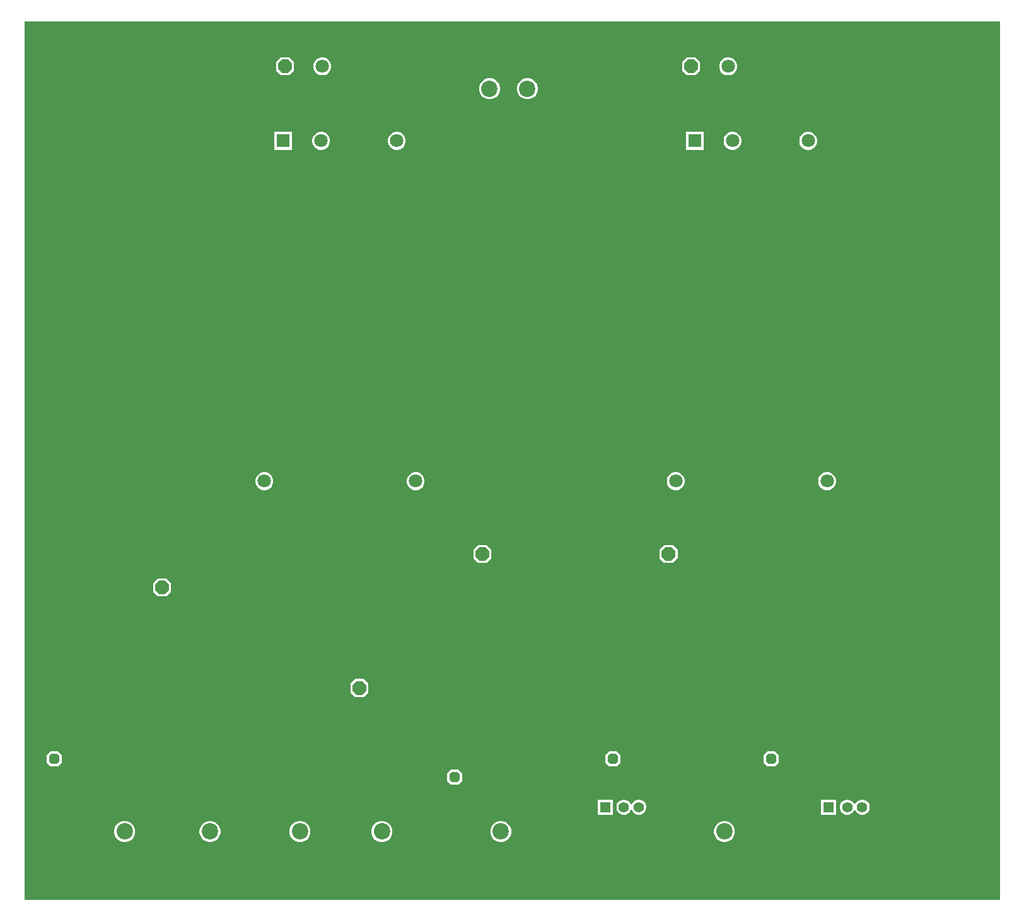
<source format=gbr>
%TF.GenerationSoftware,Altium Limited,Altium Designer,22.4.2 (48)*%
G04 Layer_Physical_Order=2*
G04 Layer_Color=16711680*
%FSLAX45Y45*%
%MOMM*%
%TF.SameCoordinates,33709DFB-A149-439E-BA6C-A4EA3245395A*%
%TF.FilePolarity,Positive*%
%TF.FileFunction,Copper,L2,Bot,Signal*%
%TF.Part,Single*%
G01*
G75*
%TA.AperFunction,ComponentPad*%
G04:AMPARAMS|DCode=19|XSize=1.4mm|YSize=1.4mm|CornerRadius=0mm|HoleSize=0mm|Usage=FLASHONLY|Rotation=0.000|XOffset=0mm|YOffset=0mm|HoleType=Round|Shape=Octagon|*
%AMOCTAGOND19*
4,1,8,0.70000,-0.35000,0.70000,0.35000,0.35000,0.70000,-0.35000,0.70000,-0.70000,0.35000,-0.70000,-0.35000,-0.35000,-0.70000,0.35000,-0.70000,0.70000,-0.35000,0.0*
%
%ADD19OCTAGOND19*%

%ADD20C,1.40000*%
%ADD21C,2.20000*%
G04:AMPARAMS|DCode=22|XSize=1.8mm|YSize=1.8mm|CornerRadius=0mm|HoleSize=0mm|Usage=FLASHONLY|Rotation=180.000|XOffset=0mm|YOffset=0mm|HoleType=Round|Shape=Octagon|*
%AMOCTAGOND22*
4,1,8,-0.90000,0.45000,-0.90000,-0.45000,-0.45000,-0.90000,0.45000,-0.90000,0.90000,-0.45000,0.90000,0.45000,0.45000,0.90000,-0.45000,0.90000,-0.90000,0.45000,0.0*
%
%ADD22OCTAGOND22*%

%ADD23C,1.80000*%
%ADD24C,3.50000*%
%ADD25R,1.42000X1.42000*%
%ADD26C,1.42000*%
%TA.AperFunction,ViaPad*%
%ADD27C,7.00000*%
%TA.AperFunction,ComponentPad*%
G04:AMPARAMS|DCode=28|XSize=1.4mm|YSize=1.4mm|CornerRadius=0mm|HoleSize=0mm|Usage=FLASHONLY|Rotation=90.000|XOffset=0mm|YOffset=0mm|HoleType=Round|Shape=Octagon|*
%AMOCTAGOND28*
4,1,8,0.35000,0.70000,-0.35000,0.70000,-0.70000,0.35000,-0.70000,-0.35000,-0.35000,-0.70000,0.35000,-0.70000,0.70000,-0.35000,0.70000,0.35000,0.35000,0.70000,0.0*
%
%ADD28OCTAGOND28*%

G04:AMPARAMS|DCode=29|XSize=1.8mm|YSize=1.8mm|CornerRadius=0mm|HoleSize=0mm|Usage=FLASHONLY|Rotation=270.000|XOffset=0mm|YOffset=0mm|HoleType=Round|Shape=Octagon|*
%AMOCTAGOND29*
4,1,8,-0.45000,-0.90000,0.45000,-0.90000,0.90000,-0.45000,0.90000,0.45000,0.45000,0.90000,-0.45000,0.90000,-0.90000,0.45000,-0.90000,-0.45000,-0.45000,-0.90000,0.0*
%
%ADD29OCTAGOND29*%

%ADD30R,1.80000X1.80000*%
%TA.AperFunction,ViaPad*%
%ADD31C,1.40000*%
G36*
X13200000Y100000D02*
X100000D01*
Y11900000D01*
X13200000D01*
Y100000D01*
D02*
G37*
%LPC*%
G36*
X9565798Y11420000D02*
X9534201D01*
X9503682Y11411822D01*
X9476318Y11396024D01*
X9453976Y11373682D01*
X9438178Y11346318D01*
X9430000Y11315798D01*
Y11284202D01*
X9438178Y11253682D01*
X9453976Y11226318D01*
X9476318Y11203976D01*
X9503682Y11188178D01*
X9534201Y11180000D01*
X9565798D01*
X9596318Y11188178D01*
X9623681Y11203976D01*
X9646023Y11226318D01*
X9661822Y11253682D01*
X9669999Y11284202D01*
Y11315798D01*
X9661822Y11346318D01*
X9646023Y11373682D01*
X9623681Y11396024D01*
X9596318Y11411822D01*
X9565798Y11420000D01*
D02*
G37*
G36*
X9110000D02*
X8990000D01*
X8930000Y11360000D01*
Y11240000D01*
X8990000Y11180000D01*
X9110000D01*
X9169999Y11240000D01*
Y11360000D01*
X9110000Y11420000D01*
D02*
G37*
G36*
X4115798D02*
X4084202D01*
X4053682Y11411822D01*
X4026318Y11396024D01*
X4003976Y11373682D01*
X3988178Y11346318D01*
X3980000Y11315798D01*
Y11284202D01*
X3988178Y11253682D01*
X4003976Y11226318D01*
X4026318Y11203976D01*
X4053682Y11188178D01*
X4084202Y11180000D01*
X4115798D01*
X4146318Y11188178D01*
X4173682Y11203976D01*
X4196024Y11226318D01*
X4211822Y11253682D01*
X4220000Y11284202D01*
Y11315798D01*
X4211822Y11346318D01*
X4196024Y11373682D01*
X4173682Y11396024D01*
X4146318Y11411822D01*
X4115798Y11420000D01*
D02*
G37*
G36*
X3660000D02*
X3540000D01*
X3480000Y11360000D01*
Y11240000D01*
X3540000Y11180000D01*
X3660000D01*
X3720000Y11240000D01*
Y11360000D01*
X3660000Y11420000D01*
D02*
G37*
G36*
X6872431Y11140000D02*
X6835569D01*
X6799962Y11130459D01*
X6768038Y11112028D01*
X6741972Y11085962D01*
X6723541Y11054038D01*
X6714000Y11018431D01*
Y10981569D01*
X6723541Y10945962D01*
X6741972Y10914038D01*
X6768038Y10887972D01*
X6799962Y10869541D01*
X6835569Y10860000D01*
X6872431D01*
X6908038Y10869541D01*
X6939962Y10887972D01*
X6966028Y10914038D01*
X6984459Y10945962D01*
X6994000Y10981569D01*
Y11018431D01*
X6984459Y11054038D01*
X6966028Y11085962D01*
X6939962Y11112028D01*
X6908038Y11130459D01*
X6872431Y11140000D01*
D02*
G37*
G36*
X6364431D02*
X6327569D01*
X6291962Y11130459D01*
X6260038Y11112028D01*
X6233972Y11085962D01*
X6215541Y11054038D01*
X6206000Y11018431D01*
Y10981569D01*
X6215541Y10945962D01*
X6233972Y10914038D01*
X6260038Y10887972D01*
X6291962Y10869541D01*
X6327569Y10860000D01*
X6364431D01*
X6400038Y10869541D01*
X6431962Y10887972D01*
X6458028Y10914038D01*
X6476459Y10945962D01*
X6486000Y10981569D01*
Y11018431D01*
X6476459Y11054038D01*
X6458028Y11085962D01*
X6431962Y11112028D01*
X6400038Y11130459D01*
X6364431Y11140000D01*
D02*
G37*
G36*
X10639798Y10420000D02*
X10608202D01*
X10577682Y10411822D01*
X10550318Y10396024D01*
X10527976Y10373682D01*
X10512178Y10346318D01*
X10504000Y10315798D01*
Y10284202D01*
X10512178Y10253682D01*
X10527976Y10226318D01*
X10550318Y10203976D01*
X10577682Y10188178D01*
X10608202Y10180000D01*
X10639798D01*
X10670318Y10188178D01*
X10697682Y10203976D01*
X10720024Y10226318D01*
X10735822Y10253682D01*
X10744000Y10284202D01*
Y10315798D01*
X10735822Y10346318D01*
X10720024Y10373682D01*
X10697682Y10396024D01*
X10670318Y10411822D01*
X10639798Y10420000D01*
D02*
G37*
G36*
X9623798D02*
X9592202D01*
X9561682Y10411822D01*
X9534318Y10396024D01*
X9511976Y10373682D01*
X9496178Y10346318D01*
X9488000Y10315798D01*
Y10284202D01*
X9496178Y10253682D01*
X9511976Y10226318D01*
X9534318Y10203976D01*
X9561682Y10188178D01*
X9592202Y10180000D01*
X9623798D01*
X9654318Y10188178D01*
X9681682Y10203976D01*
X9704024Y10226318D01*
X9719822Y10253682D01*
X9728000Y10284202D01*
Y10315798D01*
X9719822Y10346318D01*
X9704024Y10373682D01*
X9681682Y10396024D01*
X9654318Y10411822D01*
X9623798Y10420000D01*
D02*
G37*
G36*
X9220000D02*
X8980000D01*
Y10180000D01*
X9220000D01*
Y10420000D01*
D02*
G37*
G36*
X5115799D02*
X5084202D01*
X5053682Y10411822D01*
X5026319Y10396024D01*
X5003977Y10373682D01*
X4988178Y10346318D01*
X4980000Y10315798D01*
Y10284202D01*
X4988178Y10253682D01*
X5003977Y10226318D01*
X5026319Y10203976D01*
X5053682Y10188178D01*
X5084202Y10180000D01*
X5115799D01*
X5146318Y10188178D01*
X5173682Y10203976D01*
X5196024Y10226318D01*
X5211822Y10253682D01*
X5220000Y10284202D01*
Y10315798D01*
X5211822Y10346318D01*
X5196024Y10373682D01*
X5173682Y10396024D01*
X5146318Y10411822D01*
X5115799Y10420000D01*
D02*
G37*
G36*
X4099799D02*
X4068202D01*
X4037682Y10411822D01*
X4010319Y10396024D01*
X3987977Y10373682D01*
X3972178Y10346318D01*
X3964000Y10315798D01*
Y10284202D01*
X3972178Y10253682D01*
X3987977Y10226318D01*
X4010319Y10203976D01*
X4037682Y10188178D01*
X4068202Y10180000D01*
X4099799D01*
X4130318Y10188178D01*
X4157682Y10203976D01*
X4180024Y10226318D01*
X4195822Y10253682D01*
X4204000Y10284202D01*
Y10315798D01*
X4195822Y10346318D01*
X4180024Y10373682D01*
X4157682Y10396024D01*
X4130318Y10411822D01*
X4099799Y10420000D01*
D02*
G37*
G36*
X3696000D02*
X3456000D01*
Y10180000D01*
X3696000D01*
Y10420000D01*
D02*
G37*
G36*
X10893798Y5848000D02*
X10862202D01*
X10831682Y5839822D01*
X10804318Y5824024D01*
X10781976Y5801682D01*
X10766178Y5774318D01*
X10758000Y5743798D01*
Y5712202D01*
X10766178Y5681682D01*
X10781976Y5654318D01*
X10804318Y5631976D01*
X10831682Y5616178D01*
X10862202Y5608000D01*
X10893798D01*
X10924318Y5616178D01*
X10951682Y5631976D01*
X10974024Y5654318D01*
X10989822Y5681682D01*
X10998000Y5712202D01*
Y5743798D01*
X10989822Y5774318D01*
X10974024Y5801682D01*
X10951682Y5824024D01*
X10924318Y5839822D01*
X10893798Y5848000D01*
D02*
G37*
G36*
X8861798D02*
X8830202D01*
X8799682Y5839822D01*
X8772318Y5824024D01*
X8749976Y5801682D01*
X8734178Y5774318D01*
X8726000Y5743798D01*
Y5712202D01*
X8734178Y5681682D01*
X8749976Y5654318D01*
X8772318Y5631976D01*
X8799682Y5616178D01*
X8830202Y5608000D01*
X8861798D01*
X8892318Y5616178D01*
X8919682Y5631976D01*
X8942024Y5654318D01*
X8957822Y5681682D01*
X8966000Y5712202D01*
Y5743798D01*
X8957822Y5774318D01*
X8942024Y5801682D01*
X8919682Y5824024D01*
X8892318Y5839822D01*
X8861798Y5848000D01*
D02*
G37*
G36*
X5369799D02*
X5338202D01*
X5307682Y5839822D01*
X5280319Y5824024D01*
X5257977Y5801682D01*
X5242178Y5774318D01*
X5234000Y5743798D01*
Y5712202D01*
X5242178Y5681682D01*
X5257977Y5654318D01*
X5280319Y5631976D01*
X5307682Y5616178D01*
X5338202Y5608000D01*
X5369799D01*
X5400318Y5616178D01*
X5427682Y5631976D01*
X5450024Y5654318D01*
X5465822Y5681682D01*
X5474000Y5712202D01*
Y5743798D01*
X5465822Y5774318D01*
X5450024Y5801682D01*
X5427682Y5824024D01*
X5400318Y5839822D01*
X5369799Y5848000D01*
D02*
G37*
G36*
X3337799D02*
X3306202D01*
X3275682Y5839822D01*
X3248319Y5824024D01*
X3225977Y5801682D01*
X3210178Y5774318D01*
X3202000Y5743798D01*
Y5712202D01*
X3210178Y5681682D01*
X3225977Y5654318D01*
X3248319Y5631976D01*
X3275682Y5616178D01*
X3306202Y5608000D01*
X3337799D01*
X3368318Y5616178D01*
X3395682Y5631976D01*
X3418024Y5654318D01*
X3433822Y5681682D01*
X3442000Y5712202D01*
Y5743798D01*
X3433822Y5774318D01*
X3418024Y5801682D01*
X3395682Y5824024D01*
X3368318Y5839822D01*
X3337799Y5848000D01*
D02*
G37*
G36*
X8810000Y4870000D02*
X8690000D01*
X8630000Y4810000D01*
Y4690000D01*
X8690000Y4630000D01*
X8810000D01*
X8870000Y4690000D01*
Y4810000D01*
X8810000Y4870000D01*
D02*
G37*
G36*
X6310000D02*
X6190000D01*
X6130000Y4810000D01*
Y4690000D01*
X6190000Y4630000D01*
X6310000D01*
X6370000Y4690000D01*
Y4810000D01*
X6310000Y4870000D01*
D02*
G37*
G36*
X2010000Y4420000D02*
X1890001D01*
X1830001Y4360000D01*
Y4240000D01*
X1890001Y4180000D01*
X2010000D01*
X2070000Y4240000D01*
Y4360000D01*
X2010000Y4420000D01*
D02*
G37*
G36*
X4660000Y3070000D02*
X4540000D01*
X4480000Y3010000D01*
Y2890000D01*
X4540000Y2830000D01*
X4660000D01*
X4720000Y2890000D01*
Y3010000D01*
X4660000Y3070000D01*
D02*
G37*
G36*
X10175000Y2100000D02*
X10075000D01*
X10025000Y2050000D01*
Y1950000D01*
X10075000Y1900000D01*
X10175000D01*
X10225000Y1950000D01*
Y2050000D01*
X10175000Y2100000D01*
D02*
G37*
G36*
X8050000D02*
X7950000D01*
X7900000Y2050000D01*
Y1950000D01*
X7950000Y1900000D01*
X8050000D01*
X8100000Y1950000D01*
Y2050000D01*
X8050000Y2100000D01*
D02*
G37*
G36*
X550000D02*
X450000D01*
X400000Y2050000D01*
Y1950000D01*
X450000Y1900000D01*
X550000D01*
X600000Y1950000D01*
Y2050000D01*
X550000Y2100000D01*
D02*
G37*
G36*
X5925000Y1850000D02*
X5825000D01*
X5775000Y1800000D01*
Y1700000D01*
X5825000Y1650000D01*
X5925000D01*
X5975000Y1700000D01*
Y1800000D01*
X5925000Y1850000D01*
D02*
G37*
G36*
X11363297Y1450000D02*
X11336703D01*
X11311016Y1443117D01*
X11287985Y1429820D01*
X11269180Y1411015D01*
X11256827Y1389619D01*
X11250000Y1388741D01*
X11243173Y1389619D01*
X11230820Y1411015D01*
X11212015Y1429820D01*
X11188984Y1443117D01*
X11163297Y1450000D01*
X11136703D01*
X11111016Y1443117D01*
X11087985Y1429820D01*
X11069180Y1411015D01*
X11055883Y1387985D01*
X11049000Y1362297D01*
Y1335703D01*
X11055883Y1310016D01*
X11069180Y1286985D01*
X11087985Y1268180D01*
X11111016Y1254883D01*
X11136703Y1248000D01*
X11163297D01*
X11188984Y1254883D01*
X11212015Y1268180D01*
X11230820Y1286985D01*
X11243173Y1308381D01*
X11250000Y1309259D01*
X11256827Y1308381D01*
X11269180Y1286985D01*
X11287985Y1268180D01*
X11311016Y1254883D01*
X11336703Y1248000D01*
X11363297D01*
X11388985Y1254883D01*
X11412016Y1268180D01*
X11430820Y1286985D01*
X11444117Y1310016D01*
X11451000Y1335703D01*
Y1362297D01*
X11444117Y1387985D01*
X11430820Y1411015D01*
X11412016Y1429820D01*
X11388985Y1443117D01*
X11363297Y1450000D01*
D02*
G37*
G36*
X8363297D02*
X8336703D01*
X8311016Y1443117D01*
X8287985Y1429820D01*
X8269180Y1411015D01*
X8256827Y1389619D01*
X8250000Y1388741D01*
X8243173Y1389619D01*
X8230820Y1411015D01*
X8212015Y1429820D01*
X8188984Y1443117D01*
X8163297Y1450000D01*
X8136703D01*
X8111016Y1443117D01*
X8087985Y1429820D01*
X8069180Y1411015D01*
X8055883Y1387985D01*
X8049000Y1362297D01*
Y1335703D01*
X8055883Y1310016D01*
X8069180Y1286985D01*
X8087985Y1268180D01*
X8111016Y1254883D01*
X8136703Y1248000D01*
X8163297D01*
X8188984Y1254883D01*
X8212015Y1268180D01*
X8230820Y1286985D01*
X8243173Y1308381D01*
X8250000Y1309259D01*
X8256827Y1308381D01*
X8269180Y1286985D01*
X8287985Y1268180D01*
X8311016Y1254883D01*
X8336703Y1248000D01*
X8363297D01*
X8388984Y1254883D01*
X8412015Y1268180D01*
X8430820Y1286985D01*
X8444117Y1310016D01*
X8451000Y1335703D01*
Y1362297D01*
X8444117Y1387985D01*
X8430820Y1411015D01*
X8412015Y1429820D01*
X8388984Y1443117D01*
X8363297Y1450000D01*
D02*
G37*
G36*
X11001000D02*
X10799000D01*
Y1248000D01*
X11001000D01*
Y1450000D01*
D02*
G37*
G36*
X8001000D02*
X7799000D01*
Y1248000D01*
X8001000D01*
Y1450000D01*
D02*
G37*
G36*
X9518431Y1161000D02*
X9481569D01*
X9445962Y1151459D01*
X9414038Y1133028D01*
X9387972Y1106962D01*
X9369541Y1075038D01*
X9360000Y1039431D01*
Y1002569D01*
X9369541Y966962D01*
X9387972Y935038D01*
X9414038Y908972D01*
X9445962Y890541D01*
X9481569Y881000D01*
X9518431D01*
X9554038Y890541D01*
X9585962Y908972D01*
X9612028Y935038D01*
X9630459Y966962D01*
X9640000Y1002569D01*
Y1039431D01*
X9630459Y1075038D01*
X9612028Y1106962D01*
X9585962Y1133028D01*
X9554038Y1151459D01*
X9518431Y1161000D01*
D02*
G37*
G36*
X6514431D02*
X6477569D01*
X6441962Y1151459D01*
X6410038Y1133028D01*
X6383972Y1106962D01*
X6365541Y1075038D01*
X6356000Y1039431D01*
Y1002569D01*
X6365541Y966962D01*
X6383972Y935038D01*
X6410038Y908972D01*
X6441962Y890541D01*
X6477569Y881000D01*
X6514431D01*
X6550038Y890541D01*
X6581962Y908972D01*
X6608028Y935038D01*
X6626459Y966962D01*
X6636000Y1002569D01*
Y1039431D01*
X6626459Y1075038D01*
X6608028Y1106962D01*
X6581962Y1133028D01*
X6550038Y1151459D01*
X6514431Y1161000D01*
D02*
G37*
G36*
X4918431D02*
X4881569D01*
X4845962Y1151459D01*
X4814038Y1133028D01*
X4787972Y1106962D01*
X4769541Y1075038D01*
X4760000Y1039431D01*
Y1002569D01*
X4769541Y966962D01*
X4787972Y935038D01*
X4814038Y908972D01*
X4845962Y890541D01*
X4881569Y881000D01*
X4918431D01*
X4954038Y890541D01*
X4985962Y908972D01*
X5012028Y935038D01*
X5030459Y966962D01*
X5040000Y1002569D01*
Y1039431D01*
X5030459Y1075038D01*
X5012028Y1106962D01*
X4985962Y1133028D01*
X4954038Y1151459D01*
X4918431Y1161000D01*
D02*
G37*
G36*
X3818431D02*
X3781569D01*
X3745962Y1151459D01*
X3714038Y1133028D01*
X3687972Y1106962D01*
X3669541Y1075038D01*
X3660000Y1039431D01*
Y1002569D01*
X3669541Y966962D01*
X3687972Y935038D01*
X3714038Y908972D01*
X3745962Y890541D01*
X3781569Y881000D01*
X3818431D01*
X3854038Y890541D01*
X3885962Y908972D01*
X3912028Y935038D01*
X3930459Y966962D01*
X3940000Y1002569D01*
Y1039431D01*
X3930459Y1075038D01*
X3912028Y1106962D01*
X3885962Y1133028D01*
X3854038Y1151459D01*
X3818431Y1161000D01*
D02*
G37*
G36*
X2610431D02*
X2573569D01*
X2537962Y1151459D01*
X2506038Y1133028D01*
X2479972Y1106962D01*
X2461541Y1075038D01*
X2452000Y1039431D01*
Y1002569D01*
X2461541Y966962D01*
X2479972Y935038D01*
X2506038Y908972D01*
X2537962Y890541D01*
X2573569Y881000D01*
X2610431D01*
X2646038Y890541D01*
X2677962Y908972D01*
X2704028Y935038D01*
X2722459Y966962D01*
X2732000Y1002569D01*
Y1039431D01*
X2722459Y1075038D01*
X2704028Y1106962D01*
X2677962Y1133028D01*
X2646038Y1151459D01*
X2610431Y1161000D01*
D02*
G37*
G36*
X1464431D02*
X1427569D01*
X1391962Y1151459D01*
X1360038Y1133028D01*
X1333972Y1106962D01*
X1315541Y1075038D01*
X1306000Y1039431D01*
Y1002569D01*
X1315541Y966962D01*
X1333972Y935038D01*
X1360038Y908972D01*
X1391962Y890541D01*
X1427569Y881000D01*
X1464431D01*
X1500038Y890541D01*
X1531962Y908972D01*
X1558028Y935038D01*
X1576459Y966962D01*
X1586000Y1002569D01*
Y1039431D01*
X1576459Y1075038D01*
X1558028Y1106962D01*
X1531962Y1133028D01*
X1500038Y1151459D01*
X1464431Y1161000D01*
D02*
G37*
%LPD*%
D19*
X10125000Y2000000D02*
D03*
X8000000D02*
D03*
X5875000Y1750000D02*
D03*
D20*
X10375000Y2000000D02*
D03*
X8250000D02*
D03*
X6125000Y1750000D02*
D03*
X500000Y2250000D02*
D03*
D21*
X10008000Y1021000D02*
D03*
X9500000D02*
D03*
X5408000D02*
D03*
X4900000D02*
D03*
X4308000D02*
D03*
X3800000D02*
D03*
X3100000D02*
D03*
X2592000D02*
D03*
X1954000D02*
D03*
X1446000D02*
D03*
X7004000D02*
D03*
X6496000D02*
D03*
X6346000Y11000000D02*
D03*
X6854000D02*
D03*
D22*
X6250000Y4750000D02*
D03*
X8750000D02*
D03*
X3600000Y11300000D02*
D03*
X9050000D02*
D03*
X1950000Y4300000D02*
D03*
D23*
X5750000Y4750000D02*
D03*
X9250000D02*
D03*
X4100000Y11300000D02*
D03*
X9550000D02*
D03*
X1450000Y4300000D02*
D03*
X4600000Y2450000D02*
D03*
X10878000Y5728000D02*
D03*
X9862000D02*
D03*
X8846000D02*
D03*
X10624000Y10300000D02*
D03*
X9608000D02*
D03*
X4084000D02*
D03*
X5100000D02*
D03*
X3322000Y5728000D02*
D03*
X4338000D02*
D03*
X5354000D02*
D03*
D24*
X10593000Y1078000D02*
D03*
X11907000D02*
D03*
X7593000D02*
D03*
X8907000D02*
D03*
D25*
X10900000Y1349000D02*
D03*
X7900000D02*
D03*
D26*
X11150000D02*
D03*
X11350000D02*
D03*
X11600000D02*
D03*
X8150000D02*
D03*
X8350000D02*
D03*
X8600000D02*
D03*
D27*
X600000Y600000D02*
D03*
Y11400000D02*
D03*
X12700000Y600000D02*
D03*
Y11400000D02*
D03*
D28*
X500000Y2000000D02*
D03*
D29*
X4600000Y2950000D02*
D03*
D30*
X9100000Y10300000D02*
D03*
X3576000D02*
D03*
D31*
X3192596Y3986251D02*
D03*
X3188476Y3560543D02*
D03*
X5000000Y2000000D02*
D03*
X4500000D02*
D03*
X4000000D02*
D03*
X7500000Y500000D02*
D03*
X8000000D02*
D03*
X5500000D02*
D03*
X500000Y5000000D02*
D03*
X1000000D02*
D03*
Y3500000D02*
D03*
Y4000000D02*
D03*
Y4500000D02*
D03*
X4500000Y5250000D02*
D03*
X4000000D02*
D03*
X1750000Y2250000D02*
D03*
X2500000D02*
D03*
X750000Y2750000D02*
D03*
X250000D02*
D03*
X2500000Y250000D02*
D03*
X3000000D02*
D03*
X1500000D02*
D03*
X2000000D02*
D03*
Y500000D02*
D03*
X4250000D02*
D03*
X3000000D02*
D03*
Y1500000D02*
D03*
Y2000000D02*
D03*
X3500000D02*
D03*
Y2250000D02*
D03*
X3000000D02*
D03*
X9250000Y6250000D02*
D03*
Y5750000D02*
D03*
X10250000D02*
D03*
Y6250000D02*
D03*
X9750000D02*
D03*
X5250000Y2500000D02*
D03*
X7000000Y500000D02*
D03*
X10000000Y5000000D02*
D03*
X500000Y3500000D02*
D03*
X10000000Y4500000D02*
D03*
X500000Y4000000D02*
D03*
X12000000Y1750000D02*
D03*
X11500000D02*
D03*
X250000Y3000000D02*
D03*
X8750000Y2250000D02*
D03*
X750000Y3000000D02*
D03*
X9500000Y500000D02*
D03*
X8750000Y2000000D02*
D03*
X5250000Y4750000D02*
D03*
X10000000Y750000D02*
D03*
X6250000Y2500000D02*
D03*
Y2250000D02*
D03*
X10000000Y500000D02*
D03*
X5250000Y2250000D02*
D03*
Y4250000D02*
D03*
Y5250000D02*
D03*
X11250000Y500000D02*
D03*
X8500000Y1000000D02*
D03*
X10250000Y1250000D02*
D03*
X10500000Y1500000D02*
D03*
X8500000Y500000D02*
D03*
X8750000Y1750000D02*
D03*
X6500000Y500000D02*
D03*
X10750000D02*
D03*
X9000000D02*
D03*
X11750000D02*
D03*
X500000Y4500000D02*
D03*
%TF.MD5,3ddf70c8fc1c5e91c293a4760f488c2e*%
M02*

</source>
